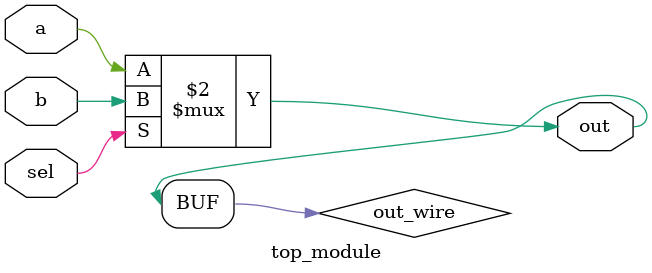
<source format=sv>
module top_module (
	input a,
	input b,
	input sel,
	output out
);

	// Declare internal wires
	wire out_wire;

	// Implementing the logic
	assign out_wire = (sel == 0) ? a : b;

	// Output assignment
	assign out = out_wire;

endmodule

</source>
